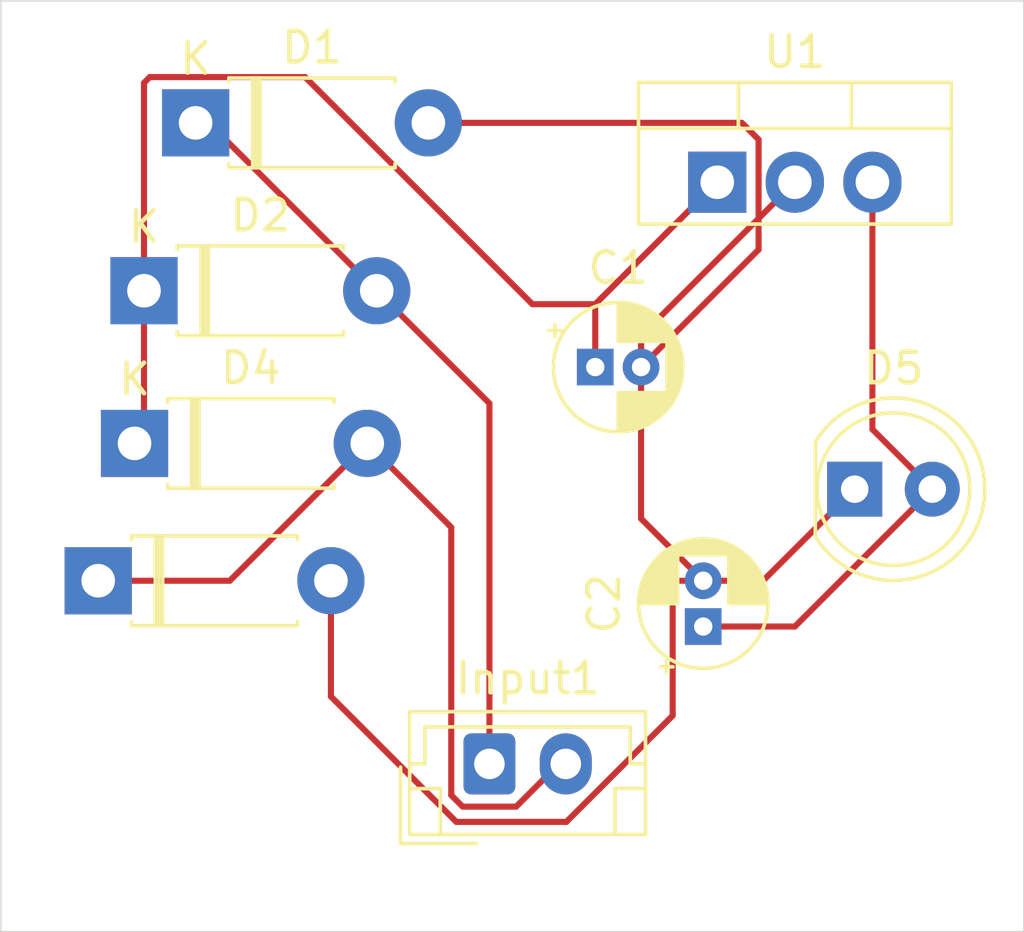
<source format=kicad_pcb>
(kicad_pcb (version 20240108) (generator "pcbnew") (generator_version "8.0")
  (title_block (title "Lab 303 Group 14"))
  (layers (0 "F.Cu" signal) (31 "B.Cu" signal) (34 "B.Paste" user) (35 "F.Paste" user) (36 "B.SilkS" user "B.Silkscreen") (37 "F.SilkS" user "F.Silkscreen") (38 "B.Mask" user) (39 "F.Mask" user) (44 "Edge.Cuts" user))
  (net 0 "")
  (net 1 "Net-(D2-K)")
  (net 2 "Net-(D1-A)")
  (net 3 "Net-(D5-A)")
  (net 4 "Net-(D1-K)")
  (net 5 "Net-(D3-K)")
  (footprint "Capacitor_THT:CP_Radial_D4.0mm_P1.50mm" (layer "F.Cu") (at 68.154801 45.5)
    (property "Reference" "C1" (at 0.75 -3.25 0) (layer "F.SilkS"))
    (property "Value" "C_Polarized")
    (fp_line (start -1.519801 -1.195) (end -1.119801 -1.195) (stroke (width 0.12)) (layer "F.SilkS"))
    (fp_line (start -1.319801 -1.395) (end -1.319801 -0.995) (stroke (width 0.12)) (layer "F.SilkS"))
    (fp_line (start 0.75 -2.08) (end 0.75 -0.84) (stroke (width 0.12)) (layer "F.SilkS"))
    (fp_line (start 0.75 0.84) (end 0.75 2.08) (stroke (width 0.12)) (layer "F.SilkS"))
    (fp_line (start 0.79 -2.08) (end 0.79 -0.84) (stroke (width 0.12)) (layer "F.SilkS"))
    (fp_line (start 0.79 0.84) (end 0.79 2.08) (stroke (width 0.12)) (layer "F.SilkS"))
    (fp_line (start 0.83 -2.079) (end 0.83 -0.84) (stroke (width 0.12)) (layer "F.SilkS"))
    (fp_line (start 0.83 0.84) (end 0.83 2.079) (stroke (width 0.12)) (layer "F.SilkS"))
    (fp_line (start 0.87 -2.077) (end 0.87 -0.84) (stroke (width 0.12)) (layer "F.SilkS"))
    (fp_line (start 0.87 0.84) (end 0.87 2.077) (stroke (width 0.12)) (layer "F.SilkS"))
    (fp_line (start 0.91 -2.074) (end 0.91 -0.84) (stroke (width 0.12)) (layer "F.SilkS"))
    (fp_line (start 0.91 0.84) (end 0.91 2.074) (stroke (width 0.12)) (layer "F.SilkS"))
    (fp_line (start 0.95 -2.071) (end 0.95 -0.84) (stroke (width 0.12)) (layer "F.SilkS"))
    (fp_line (start 0.95 0.84) (end 0.95 2.071) (stroke (width 0.12)) (layer "F.SilkS"))
    (fp_line (start 0.99 -2.067) (end 0.99 -0.84) (stroke (width 0.12)) (layer "F.SilkS"))
    (fp_line (start 0.99 0.84) (end 0.99 2.067) (stroke (width 0.12)) (layer "F.SilkS"))
    (fp_line (start 1.03 -2.062) (end 1.03 -0.84) (stroke (width 0.12)) (layer "F.SilkS"))
    (fp_line (start 1.03 0.84) (end 1.03 2.062) (stroke (width 0.12)) (layer "F.SilkS"))
    (fp_line (start 1.07 -2.056) (end 1.07 -0.84) (stroke (width 0.12)) (layer "F.SilkS"))
    (fp_line (start 1.07 0.84) (end 1.07 2.056) (stroke (width 0.12)) (layer "F.SilkS"))
    (fp_line (start 1.11 -2.05) (end 1.11 -0.84) (stroke (width 0.12)) (layer "F.SilkS"))
    (fp_line (start 1.11 0.84) (end 1.11 2.05) (stroke (width 0.12)) (layer "F.SilkS"))
    (fp_line (start 1.15 -2.042) (end 1.15 -0.84) (stroke (width 0.12)) (layer "F.SilkS"))
    (fp_line (start 1.15 0.84) (end 1.15 2.042) (stroke (width 0.12)) (layer "F.SilkS"))
    (fp_line (start 1.19 -2.034) (end 1.19 -0.84) (stroke (width 0.12)) (layer "F.SilkS"))
    (fp_line (start 1.19 0.84) (end 1.19 2.034) (stroke (width 0.12)) (layer "F.SilkS"))
    (fp_line (start 1.23 -2.025) (end 1.23 -0.84) (stroke (width 0.12)) (layer "F.SilkS"))
    (fp_line (start 1.23 0.84) (end 1.23 2.025) (stroke (width 0.12)) (layer "F.SilkS"))
    (fp_line (start 1.27 -2.016) (end 1.27 -0.84) (stroke (width 0.12)) (layer "F.SilkS"))
    (fp_line (start 1.27 0.84) (end 1.27 2.016) (stroke (width 0.12)) (layer "F.SilkS"))
    (fp_line (start 1.31 -2.005) (end 1.31 -0.84) (stroke (width 0.12)) (layer "F.SilkS"))
    (fp_line (start 1.31 0.84) (end 1.31 2.005) (stroke (width 0.12)) (layer "F.SilkS"))
    (fp_line (start 1.35 -1.994) (end 1.35 -0.84) (stroke (width 0.12)) (layer "F.SilkS"))
    (fp_line (start 1.35 0.84) (end 1.35 1.994) (stroke (width 0.12)) (layer "F.SilkS"))
    (fp_line (start 1.39 -1.982) (end 1.39 -0.84) (stroke (width 0.12)) (layer "F.SilkS"))
    (fp_line (start 1.39 0.84) (end 1.39 1.982) (stroke (width 0.12)) (layer "F.SilkS"))
    (fp_line (start 1.43 -1.968) (end 1.43 -0.84) (stroke (width 0.12)) (layer "F.SilkS"))
    (fp_line (start 1.43 0.84) (end 1.43 1.968) (stroke (width 0.12)) (layer "F.SilkS"))
    (fp_line (start 1.471 -1.954) (end 1.471 -0.84) (stroke (width 0.12)) (layer "F.SilkS"))
    (fp_line (start 1.471 0.84) (end 1.471 1.954) (stroke (width 0.12)) (layer "F.SilkS"))
    (fp_line (start 1.511 -1.94) (end 1.511 -0.84) (stroke (width 0.12)) (layer "F.SilkS"))
    (fp_line (start 1.511 0.84) (end 1.511 1.94) (stroke (width 0.12)) (layer "F.SilkS"))
    (fp_line (start 1.551 -1.924) (end 1.551 -0.84) (stroke (width 0.12)) (layer "F.SilkS"))
    (fp_line (start 1.551 0.84) (end 1.551 1.924) (stroke (width 0.12)) (layer "F.SilkS"))
    (fp_line (start 1.591 -1.907) (end 1.591 -0.84) (stroke (width 0.12)) (layer "F.SilkS"))
    (fp_line (start 1.591 0.84) (end 1.591 1.907) (stroke (width 0.12)) (layer "F.SilkS"))
    (fp_line (start 1.631 -1.889) (end 1.631 -0.84) (stroke (width 0.12)) (layer "F.SilkS"))
    (fp_line (start 1.631 0.84) (end 1.631 1.889) (stroke (width 0.12)) (layer "F.SilkS"))
    (fp_line (start 1.671 -1.87) (end 1.671 -0.84) (stroke (width 0.12)) (layer "F.SilkS"))
    (fp_line (start 1.671 0.84) (end 1.671 1.87) (stroke (width 0.12)) (layer "F.SilkS"))
    (fp_line (start 1.711 -1.851) (end 1.711 -0.84) (stroke (width 0.12)) (layer "F.SilkS"))
    (fp_line (start 1.711 0.84) (end 1.711 1.851) (stroke (width 0.12)) (layer "F.SilkS"))
    (fp_line (start 1.751 -1.83) (end 1.751 -0.84) (stroke (width 0.12)) (layer "F.SilkS"))
    (fp_line (start 1.751 0.84) (end 1.751 1.83) (stroke (width 0.12)) (layer "F.SilkS"))
    (fp_line (start 1.791 -1.808) (end 1.791 -0.84) (stroke (width 0.12)) (layer "F.SilkS"))
    (fp_line (start 1.791 0.84) (end 1.791 1.808) (stroke (width 0.12)) (layer "F.SilkS"))
    (fp_line (start 1.831 -1.785) (end 1.831 -0.84) (stroke (width 0.12)) (layer "F.SilkS"))
    (fp_line (start 1.831 0.84) (end 1.831 1.785) (stroke (width 0.12)) (layer "F.SilkS"))
    (fp_line (start 1.871 -1.76) (end 1.871 -0.84) (stroke (width 0.12)) (layer "F.SilkS"))
    (fp_line (start 1.871 0.84) (end 1.871 1.76) (stroke (width 0.12)) (layer "F.SilkS"))
    (fp_line (start 1.911 -1.735) (end 1.911 -0.84) (stroke (width 0.12)) (layer "F.SilkS"))
    (fp_line (start 1.911 0.84) (end 1.911 1.735) (stroke (width 0.12)) (layer "F.SilkS"))
    (fp_line (start 1.951 -1.708) (end 1.951 -0.84) (stroke (width 0.12)) (layer "F.SilkS"))
    (fp_line (start 1.951 0.84) (end 1.951 1.708) (stroke (width 0.12)) (layer "F.SilkS"))
    (fp_line (start 1.991 -1.68) (end 1.991 -0.84) (stroke (width 0.12)) (layer "F.SilkS"))
    (fp_line (start 1.991 0.84) (end 1.991 1.68) (stroke (width 0.12)) (layer "F.SilkS"))
    (fp_line (start 2.031 -1.65) (end 2.031 -0.84) (stroke (width 0.12)) (layer "F.SilkS"))
    (fp_line (start 2.031 0.84) (end 2.031 1.65) (stroke (width 0.12)) (layer "F.SilkS"))
    (fp_line (start 2.071 -1.619) (end 2.071 -0.84) (stroke (width 0.12)) (layer "F.SilkS"))
    (fp_line (start 2.071 0.84) (end 2.071 1.619) (stroke (width 0.12)) (layer "F.SilkS"))
    (fp_line (start 2.111 -1.587) (end 2.111 -0.84) (stroke (width 0.12)) (layer "F.SilkS"))
    (fp_line (start 2.111 0.84) (end 2.111 1.587) (stroke (width 0.12)) (layer "F.SilkS"))
    (fp_line (start 2.151 -1.552) (end 2.151 -0.84) (stroke (width 0.12)) (layer "F.SilkS"))
    (fp_line (start 2.151 0.84) (end 2.151 1.552) (stroke (width 0.12)) (layer "F.SilkS"))
    (fp_line (start 2.191 -1.516) (end 2.191 -0.84) (stroke (width 0.12)) (layer "F.SilkS"))
    (fp_line (start 2.191 0.84) (end 2.191 1.516) (stroke (width 0.12)) (layer "F.SilkS"))
    (fp_line (start 2.231 -1.478) (end 2.231 -0.84) (stroke (width 0.12)) (layer "F.SilkS"))
    (fp_line (start 2.231 0.84) (end 2.231 1.478) (stroke (width 0.12)) (layer "F.SilkS"))
    (fp_line (start 2.271 -1.438) (end 2.271 -0.84) (stroke (width 0.12)) (layer "F.SilkS"))
    (fp_line (start 2.271 0.84) (end 2.271 1.438) (stroke (width 0.12)) (layer "F.SilkS"))
    (fp_line (start 2.311 -1.396) (end 2.311 -0.84) (stroke (width 0.12)) (layer "F.SilkS"))
    (fp_line (start 2.311 0.84) (end 2.311 1.396) (stroke (width 0.12)) (layer "F.SilkS"))
    (fp_line (start 2.351 -1.351) (end 2.351 1.351) (stroke (width 0.12)) (layer "F.SilkS"))
    (fp_line (start 2.391 -1.304) (end 2.391 1.304) (stroke (width 0.12)) (layer "F.SilkS"))
    (fp_line (start 2.431 -1.254) (end 2.431 1.254) (stroke (width 0.12)) (layer "F.SilkS"))
    (fp_line (start 2.471 -1.2) (end 2.471 1.2) (stroke (width 0.12)) (layer "F.SilkS"))
    (fp_line (start 2.511 -1.142) (end 2.511 1.142) (stroke (width 0.12)) (layer "F.SilkS"))
    (fp_line (start 2.551 -1.08) (end 2.551 1.08) (stroke (width 0.12)) (layer "F.SilkS"))
    (fp_line (start 2.591 -1.013) (end 2.591 1.013) (stroke (width 0.12)) (layer "F.SilkS"))
    (fp_line (start 2.631 -0.94) (end 2.631 0.94) (stroke (width 0.12)) (layer "F.SilkS"))
    (fp_line (start 2.671 -0.859) (end 2.671 0.859) (stroke (width 0.12)) (layer "F.SilkS"))
    (fp_line (start 2.711 -0.768) (end 2.711 0.768) (stroke (width 0.12)) (layer "F.SilkS"))
    (fp_line (start 2.751 -0.664) (end 2.751 0.664) (stroke (width 0.12)) (layer "F.SilkS"))
    (fp_line (start 2.791 -0.537) (end 2.791 0.537) (stroke (width 0.12)) (layer "F.SilkS"))
    (fp_line (start 2.831 -0.37) (end 2.831 0.37) (stroke (width 0.12)) (layer "F.SilkS"))
    (fp_circle (center 0.75 0) (end 2.87 0) (stroke (width 0.12)) (fill none) (layer "F.SilkS"))
    (pad "1" thru_hole rect (at 0 0) (size 1.2 1.2) (drill 0.6) (layers "*.Cu" "*.Mask") (net 1 "Net-(D2-K)"))
    (pad "2" thru_hole circle (at 1.5 0) (size 1.2 1.2) (drill 0.6) (layers "*.Cu" "*.Mask") (net 2 "Net-(D1-A)"))
  )
  (footprint "Capacitor_THT:CP_Radial_D4.0mm_P1.50mm" (layer "F.Cu") (at 71.69 54 90)
    (property "Reference" "C2" (at 0.75 -3.25 90) (layer "F.SilkS"))
    (property "Value" "C_Polarized")
    (fp_line (start 0.79 -2.08) (end 0.79 -0.84) (stroke (width 0.12)) (layer "F.SilkS"))
    (fp_line (start 0.75 -2.08) (end 0.75 -0.84) (stroke (width 0.12)) (layer "F.SilkS"))
    (fp_line (start 0.83 -2.079) (end 0.83 -0.84) (stroke (width 0.12)) (layer "F.SilkS"))
    (fp_line (start 0.87 -2.077) (end 0.87 -0.84) (stroke (width 0.12)) (layer "F.SilkS"))
    (fp_line (start 0.91 -2.074) (end 0.91 -0.84) (stroke (width 0.12)) (layer "F.SilkS"))
    (fp_line (start 0.95 -2.071) (end 0.95 -0.84) (stroke (width 0.12)) (layer "F.SilkS"))
    (fp_line (start 0.99 -2.067) (end 0.99 -0.84) (stroke (width 0.12)) (layer "F.SilkS"))
    (fp_line (start 1.03 -2.062) (end 1.03 -0.84) (stroke (width 0.12)) (layer "F.SilkS"))
    (fp_line (start 1.07 -2.056) (end 1.07 -0.84) (stroke (width 0.12)) (layer "F.SilkS"))
    (fp_line (start 1.11 -2.05) (end 1.11 -0.84) (stroke (width 0.12)) (layer "F.SilkS"))
    (fp_line (start 1.15 -2.042) (end 1.15 -0.84) (stroke (width 0.12)) (layer "F.SilkS"))
    (fp_line (start 1.19 -2.034) (end 1.19 -0.84) (stroke (width 0.12)) (layer "F.SilkS"))
    (fp_line (start 1.23 -2.025) (end 1.23 -0.84) (stroke (width 0.12)) (layer "F.SilkS"))
    (fp_line (start 1.27 -2.016) (end 1.27 -0.84) (stroke (width 0.12)) (layer "F.SilkS"))
    (fp_line (start 1.31 -2.005) (end 1.31 -0.84) (stroke (width 0.12)) (layer "F.SilkS"))
    (fp_line (start 1.35 -1.994) (end 1.35 -0.84) (stroke (width 0.12)) (layer "F.SilkS"))
    (fp_line (start 1.39 -1.982) (end 1.39 -0.84) (stroke (width 0.12)) (layer "F.SilkS"))
    (fp_line (start 1.43 -1.968) (end 1.43 -0.84) (stroke (width 0.12)) (layer "F.SilkS"))
    (fp_line (start 1.471 -1.954) (end 1.471 -0.84) (stroke (width 0.12)) (layer "F.SilkS"))
    (fp_line (start 1.511 -1.94) (end 1.511 -0.84) (stroke (width 0.12)) (layer "F.SilkS"))
    (fp_line (start 1.551 -1.924) (end 1.551 -0.84) (stroke (width 0.12)) (layer "F.SilkS"))
    (fp_line (start 1.591 -1.907) (end 1.591 -0.84) (stroke (width 0.12)) (layer "F.SilkS"))
    (fp_line (start 1.631 -1.889) (end 1.631 -0.84) (stroke (width 0.12)) (layer "F.SilkS"))
    (fp_line (start 1.671 -1.87) (end 1.671 -0.84) (stroke (width 0.12)) (layer "F.SilkS"))
    (fp_line (start 1.711 -1.851) (end 1.711 -0.84) (stroke (width 0.12)) (layer "F.SilkS"))
    (fp_line (start 1.751 -1.83) (end 1.751 -0.84) (stroke (width 0.12)) (layer "F.SilkS"))
    (fp_line (start 1.791 -1.808) (end 1.791 -0.84) (stroke (width 0.12)) (layer "F.SilkS"))
    (fp_line (start 1.831 -1.785) (end 1.831 -0.84) (stroke (width 0.12)) (layer "F.SilkS"))
    (fp_line (start 1.871 -1.76) (end 1.871 -0.84) (stroke (width 0.12)) (layer "F.SilkS"))
    (fp_line (start 1.911 -1.735) (end 1.911 -0.84) (stroke (width 0.12)) (layer "F.SilkS"))
    (fp_line (start 1.951 -1.708) (end 1.951 -0.84) (stroke (width 0.12)) (layer "F.SilkS"))
    (fp_line (start 1.991 -1.68) (end 1.991 -0.84) (stroke (width 0.12)) (layer "F.SilkS"))
    (fp_line (start 2.031 -1.65) (end 2.031 -0.84) (stroke (width 0.12)) (layer "F.SilkS"))
    (fp_line (start 2.071 -1.619) (end 2.071 -0.84) (stroke (width 0.12)) (layer "F.SilkS"))
    (fp_line (start 2.111 -1.587) (end 2.111 -0.84) (stroke (width 0.12)) (layer "F.SilkS"))
    (fp_line (start 2.151 -1.552) (end 2.151 -0.84) (stroke (width 0.12)) (layer "F.SilkS"))
    (fp_line (start 2.191 -1.516) (end 2.191 -0.84) (stroke (width 0.12)) (layer "F.SilkS"))
    (fp_line (start 2.231 -1.478) (end 2.231 -0.84) (stroke (width 0.12)) (layer "F.SilkS"))
    (fp_line (start 2.271 -1.438) (end 2.271 -0.84) (stroke (width 0.12)) (layer "F.SilkS"))
    (fp_line (start 2.311 -1.396) (end 2.311 -0.84) (stroke (width 0.12)) (layer "F.SilkS"))
    (fp_line (start -1.319801 -1.395) (end -1.319801 -0.995) (stroke (width 0.12)) (layer "F.SilkS"))
    (fp_line (start 2.351 -1.351) (end 2.351 1.351) (stroke (width 0.12)) (layer "F.SilkS"))
    (fp_line (start 2.391 -1.304) (end 2.391 1.304) (stroke (width 0.12)) (layer "F.SilkS"))
    (fp_line (start 2.431 -1.254) (end 2.431 1.254) (stroke (width 0.12)) (layer "F.SilkS"))
    (fp_line (start 2.471 -1.2) (end 2.471 1.2) (stroke (width 0.12)) (layer "F.SilkS"))
    (fp_line (start -1.519801 -1.195) (end -1.119801 -1.195) (stroke (width 0.12)) (layer "F.SilkS"))
    (fp_line (start 2.511 -1.142) (end 2.511 1.142) (stroke (width 0.12)) (layer "F.SilkS"))
    (fp_line (start 2.551 -1.08) (end 2.551 1.08) (stroke (width 0.12)) (layer "F.SilkS"))
    (fp_line (start 2.591 -1.013) (end 2.591 1.013) (stroke (width 0.12)) (layer "F.SilkS"))
    (fp_line (start 2.631 -0.94) (end 2.631 0.94) (stroke (width 0.12)) (layer "F.SilkS"))
    (fp_line (start 2.671 -0.859) (end 2.671 0.859) (stroke (width 0.12)) (layer "F.SilkS"))
    (fp_line (start 2.711 -0.768) (end 2.711 0.768) (stroke (width 0.12)) (layer "F.SilkS"))
    (fp_line (start 2.751 -0.664) (end 2.751 0.664) (stroke (width 0.12)) (layer "F.SilkS"))
    (fp_line (start 2.791 -0.537) (end 2.791 0.537) (stroke (width 0.12)) (layer "F.SilkS"))
    (fp_line (start 2.831 -0.37) (end 2.831 0.37) (stroke (width 0.12)) (layer "F.SilkS"))
    (fp_line (start 2.311 0.84) (end 2.311 1.396) (stroke (width 0.12)) (layer "F.SilkS"))
    (fp_line (start 2.271 0.84) (end 2.271 1.438) (stroke (width 0.12)) (layer "F.SilkS"))
    (fp_line (start 2.231 0.84) (end 2.231 1.478) (stroke (width 0.12)) (layer "F.SilkS"))
    (fp_line (start 2.191 0.84) (end 2.191 1.516) (stroke (width 0.12)) (layer "F.SilkS"))
    (fp_line (start 2.151 0.84) (end 2.151 1.552) (stroke (width 0.12)) (layer "F.SilkS"))
    (fp_line (start 2.111 0.84) (end 2.111 1.587) (stroke (width 0.12)) (layer "F.SilkS"))
    (fp_line (start 2.071 0.84) (end 2.071 1.619) (stroke (width 0.12)) (layer "F.SilkS"))
    (fp_line (start 2.031 0.84) (end 2.031 1.65) (stroke (width 0.12)) (layer "F.SilkS"))
    (fp_line (start 1.991 0.84) (end 1.991 1.68) (stroke (width 0.12)) (layer "F.SilkS"))
    (fp_line (start 1.951 0.84) (end 1.951 1.708) (stroke (width 0.12)) (layer "F.SilkS"))
    (fp_line (start 1.911 0.84) (end 1.911 1.735) (stroke (width 0.12)) (layer "F.SilkS"))
    (fp_line (start 1.871 0.84) (end 1.871 1.76) (stroke (width 0.12)) (layer "F.SilkS"))
    (fp_line (start 1.831 0.84) (end 1.831 1.785) (stroke (width 0.12)) (layer "F.SilkS"))
    (fp_line (start 1.791 0.84) (end 1.791 1.808) (stroke (width 0.12)) (layer "F.SilkS"))
    (fp_line (start 1.751 0.84) (end 1.751 1.83) (stroke (width 0.12)) (layer "F.SilkS"))
    (fp_line (start 1.711 0.84) (end 1.711 1.851) (stroke (width 0.12)) (layer "F.SilkS"))
    (fp_line (start 1.671 0.84) (end 1.671 1.87) (stroke (width 0.12)) (layer "F.SilkS"))
    (fp_line (start 1.631 0.84) (end 1.631 1.889) (stroke (width 0.12)) (layer "F.SilkS"))
    (fp_line (start 1.591 0.84) (end 1.591 1.907) (stroke (width 0.12)) (layer "F.SilkS"))
    (fp_line (start 1.551 0.84) (end 1.551 1.924) (stroke (width 0.12)) (layer "F.SilkS"))
    (fp_line (start 1.511 0.84) (end 1.511 1.94) (stroke (width 0.12)) (layer "F.SilkS"))
    (fp_line (start 1.471 0.84) (end 1.471 1.954) (stroke (width 0.12)) (layer "F.SilkS"))
    (fp_line (start 1.43 0.84) (end 1.43 1.968) (stroke (width 0.12)) (layer "F.SilkS"))
    (fp_line (start 1.39 0.84) (end 1.39 1.982) (stroke (width 0.12)) (layer "F.SilkS"))
    (fp_line (start 1.35 0.84) (end 1.35 1.994) (stroke (width 0.12)) (layer "F.SilkS"))
    (fp_line (start 1.31 0.84) (end 1.31 2.005) (stroke (width 0.12)) (layer "F.SilkS"))
    (fp_line (start 1.27 0.84) (end 1.27 2.016) (stroke (width 0.12)) (layer "F.SilkS"))
    (fp_line (start 1.23 0.84) (end 1.23 2.025) (stroke (width 0.12)) (layer "F.SilkS"))
    (fp_line (start 1.19 0.84) (end 1.19 2.034) (stroke (width 0.12)) (layer "F.SilkS"))
    (fp_line (start 1.15 0.84) (end 1.15 2.042) (stroke (width 0.12)) (layer "F.SilkS"))
    (fp_line (start 1.11 0.84) (end 1.11 2.05) (stroke (width 0.12)) (layer "F.SilkS"))
    (fp_line (start 1.07 0.84) (end 1.07 2.056) (stroke (width 0.12)) (layer "F.SilkS"))
    (fp_line (start 1.03 0.84) (end 1.03 2.062) (stroke (width 0.12)) (layer "F.SilkS"))
    (fp_line (start 0.99 0.84) (end 0.99 2.067) (stroke (width 0.12)) (layer "F.SilkS"))
    (fp_line (start 0.95 0.84) (end 0.95 2.071) (stroke (width 0.12)) (layer "F.SilkS"))
    (fp_line (start 0.91 0.84) (end 0.91 2.074) (stroke (width 0.12)) (layer "F.SilkS"))
    (fp_line (start 0.87 0.84) (end 0.87 2.077) (stroke (width 0.12)) (layer "F.SilkS"))
    (fp_line (start 0.83 0.84) (end 0.83 2.079) (stroke (width 0.12)) (layer "F.SilkS"))
    (fp_line (start 0.79 0.84) (end 0.79 2.08) (stroke (width 0.12)) (layer "F.SilkS"))
    (fp_line (start 0.75 0.84) (end 0.75 2.08) (stroke (width 0.12)) (layer "F.SilkS"))
    (fp_circle (center 0.75 0) (end 2.87 0) (stroke (width 0.12)) (fill none) (layer "F.SilkS"))
    (pad "1" thru_hole rect (at 0 0 90) (size 1.2 1.2) (drill 0.6) (layers "*.Cu" "*.Mask") (net 3 "Net-(D5-A)"))
    (pad "2" thru_hole circle (at 1.5 0 90) (size 1.2 1.2) (drill 0.6) (layers "*.Cu" "*.Mask") (net 2 "Net-(D1-A)"))
  )
  (footprint "Diode_THT:D_DO-41_SOD81_P7.62mm_Horizontal" (layer "F.Cu") (at 55.07 37.5)
    (property "Reference" "D1" (at 3.81 -2.47 0) (layer "F.SilkS"))
    (property "Value" "D")
    (fp_line (start 1.09 -1.47) (end 6.53 -1.47) (stroke (width 0.12)) (layer "F.SilkS"))
    (fp_line (start 1.09 -1.34) (end 1.09 -1.47) (stroke (width 0.12)) (layer "F.SilkS"))
    (fp_line (start 1.09 1.34) (end 1.09 1.47) (stroke (width 0.12)) (layer "F.SilkS"))
    (fp_line (start 1.09 1.47) (end 6.53 1.47) (stroke (width 0.12)) (layer "F.SilkS"))
    (fp_line (start 1.87 -1.47) (end 1.87 1.47) (stroke (width 0.12)) (layer "F.SilkS"))
    (fp_line (start 1.99 -1.47) (end 1.99 1.47) (stroke (width 0.12)) (layer "F.SilkS"))
    (fp_line (start 2.11 -1.47) (end 2.11 1.47) (stroke (width 0.12)) (layer "F.SilkS"))
    (fp_line (start 6.53 -1.47) (end 6.53 -1.34) (stroke (width 0.12)) (layer "F.SilkS"))
    (fp_line (start 6.53 1.47) (end 6.53 1.34) (stroke (width 0.12)) (layer "F.SilkS"))
    (fp_text user "K" (at 0 -2.1 0) (layer "F.SilkS"))
    (pad "1" thru_hole rect (at 0 0) (size 2.2 2.2) (drill 1.1) (layers "*.Cu" "*.Mask") (net 4 "Net-(D1-K)"))
    (pad "2" thru_hole oval (at 7.62 0) (size 2.2 2.2) (drill 1.1) (layers "*.Cu" "*.Mask") (net 2 "Net-(D1-A)"))
  )
  (footprint "Connector_JST:JST_EH_B2B-EH-A_1x02_P2.50mm_Vertical" (layer "F.Cu") (at 64.69 58.5)
    (property "Reference" "Input1" (at 1.25 -2.8 0) (layer "F.SilkS"))
    (property "Value" "Conn_01x02_Pin")
    (fp_line (start -2.91 0.11) (end -2.91 2.61) (stroke (width 0.12)) (layer "F.SilkS"))
    (fp_line (start -2.91 2.61) (end -0.41 2.61) (stroke (width 0.12)) (layer "F.SilkS"))
    (fp_line (start -2.61 -1.71) (end -2.61 2.31) (stroke (width 0.12)) (layer "F.SilkS"))
    (fp_line (start -2.61 0) (end -2.11 0) (stroke (width 0.12)) (layer "F.SilkS"))
    (fp_line (start -2.61 0.81) (end -1.61 0.81) (stroke (width 0.12)) (layer "F.SilkS"))
    (fp_line (start -2.61 2.31) (end 5.11 2.31) (stroke (width 0.12)) (layer "F.SilkS"))
    (fp_line (start -2.11 -1.21) (end 4.61 -1.21) (stroke (width 0.12)) (layer "F.SilkS"))
    (fp_line (start -2.11 0) (end -2.11 -1.21) (stroke (width 0.12)) (layer "F.SilkS"))
    (fp_line (start -1.61 0.81) (end -1.61 2.31) (stroke (width 0.12)) (layer "F.SilkS"))
    (fp_line (start 4.11 0.81) (end 4.11 2.31) (stroke (width 0.12)) (layer "F.SilkS"))
    (fp_line (start 4.61 -1.21) (end 4.61 0) (stroke (width 0.12)) (layer "F.SilkS"))
    (fp_line (start 4.61 0) (end 5.11 0) (stroke (width 0.12)) (layer "F.SilkS"))
    (fp_line (start 5.11 -1.71) (end -2.61 -1.71) (stroke (width 0.12)) (layer "F.SilkS"))
    (fp_line (start 5.11 0.81) (end 4.11 0.81) (stroke (width 0.12)) (layer "F.SilkS"))
    (fp_line (start 5.11 2.31) (end 5.11 -1.71) (stroke (width 0.12)) (layer "F.SilkS"))
    (pad "1" thru_hole roundrect (at 0 0) (size 1.7 2) (drill 1) (layers "*.Cu" "*.Mask") (roundrect_rratio 0.147059) (net 4 "Net-(D1-K)"))
    (pad "2" thru_hole oval (at 2.5 0) (size 1.7 2) (drill 1) (layers "*.Cu" "*.Mask") (net 5 "Net-(D3-K)"))
  )
  (footprint "Diode_THT:D_DO-41_SOD81_P7.62mm_Horizontal" (layer "F.Cu") (at 53.38 43)
    (property "Reference" "D2" (at 3.81 -2.47 0) (layer "F.SilkS"))
    (property "Value" "D" (hide yes))
    (fp_line (start 1.09 -1.47) (end 6.53 -1.47) (stroke (width 0.12)) (layer "F.SilkS"))
    (fp_line (start 1.09 -1.34) (end 1.09 -1.47) (stroke (width 0.12)) (layer "F.SilkS"))
    (fp_line (start 1.09 1.34) (end 1.09 1.47) (stroke (width 0.12)) (layer "F.SilkS"))
    (fp_line (start 1.09 1.47) (end 6.53 1.47) (stroke (width 0.12)) (layer "F.SilkS"))
    (fp_line (start 1.87 -1.47) (end 1.87 1.47) (stroke (width 0.12)) (layer "F.SilkS"))
    (fp_line (start 1.99 -1.47) (end 1.99 1.47) (stroke (width 0.12)) (layer "F.SilkS"))
    (fp_line (start 2.11 -1.47) (end 2.11 1.47) (stroke (width 0.12)) (layer "F.SilkS"))
    (fp_line (start 6.53 -1.47) (end 6.53 -1.34) (stroke (width 0.12)) (layer "F.SilkS"))
    (fp_line (start 6.53 1.47) (end 6.53 1.34) (stroke (width 0.12)) (layer "F.SilkS"))
    (fp_text user "K" (at 0 -2.1 0) (layer "F.SilkS"))
    (pad "1" thru_hole rect (at 0 0) (size 2.2 2.2) (drill 1.1) (layers "*.Cu" "*.Mask") (net 1 "Net-(D2-K)"))
    (pad "2" thru_hole oval (at 7.62 0) (size 2.2 2.2) (drill 1.1) (layers "*.Cu" "*.Mask") (net 4 "Net-(D1-K)"))
  )
  (footprint "LED_THT:LED_D5.0mm" (layer "F.Cu") (at 76.65 49.5)
    (property "Reference" "D5" (at 1.27 -3.96 0) (layer "F.SilkS"))
    (property "Value" "LED")
    (fp_line (start -1.29 -1.545) (end -1.29 1.545) (stroke (width 0.12)) (layer "F.SilkS"))
    (fp_arc (start -1.29 -1.54483) (mid 2.072002 -2.880433) (end 4.26 0.000462) (stroke (width 0.12)) (layer "F.SilkS"))
    (fp_arc (start 4.26 -0.000462) (mid 2.072002 2.880433) (end -1.29 1.54483) (stroke (width 0.12)) (layer "F.SilkS"))
    (fp_circle (center 1.27 0) (end 3.77 0) (stroke (width 0.12)) (fill none) (layer "F.SilkS"))
    (pad "1" thru_hole rect (at 0 0) (size 1.8 1.8) (drill 0.9) (layers "*.Cu" "*.Mask") (net 2 "Net-(D1-A)"))
    (pad "2" thru_hole circle (at 2.54 0) (size 1.8 1.8) (drill 0.9) (layers "*.Cu" "*.Mask") (net 3 "Net-(D5-A)"))
  )
  (footprint "Package_TO_SOT_THT:TO-220-3_Vertical" (layer "F.Cu") (at 72.15 39.445)
    (property "Reference" "U1" (at 2.54 -4.27 0) (layer "F.SilkS"))
    (property "Value" "LM7805_TO220")
    (fp_line (start -2.58 -3.27) (end -2.58 1.371) (stroke (width 0.12)) (layer "F.SilkS"))
    (fp_line (start -2.58 -3.27) (end 7.66 -3.27) (stroke (width 0.12)) (layer "F.SilkS"))
    (fp_line (start -2.58 -1.76) (end 7.66 -1.76) (stroke (width 0.12)) (layer "F.SilkS"))
    (fp_line (start -2.58 1.371) (end 7.66 1.371) (stroke (width 0.12)) (layer "F.SilkS"))
    (fp_line (start 0.69 -3.27) (end 0.69 -1.76) (stroke (width 0.12)) (layer "F.SilkS"))
    (fp_line (start 4.391 -3.27) (end 4.391 -1.76) (stroke (width 0.12)) (layer "F.SilkS"))
    (fp_line (start 7.66 -3.27) (end 7.66 1.371) (stroke (width 0.12)) (layer "F.SilkS"))
    (pad "1" thru_hole rect (at 0 0) (size 1.905 2) (drill 1.1) (layers "*.Cu" "*.Mask") (net 1 "Net-(D2-K)"))
    (pad "2" thru_hole oval (at 2.54 0) (size 1.905 2) (drill 1.1) (layers "*.Cu" "*.Mask") (net 2 "Net-(D1-A)"))
    (pad "3" thru_hole oval (at 5.08 0) (size 1.905 2) (drill 1.1) (layers "*.Cu" "*.Mask") (net 3 "Net-(D5-A)"))
  )
  (footprint "Diode_THT:D_DO-41_SOD81_P7.62mm_Horizontal" (layer "F.Cu") (at 51.88 52.5)
    (property "Reference" "D3" (hide yes))
    (property "Value" "D")
    (fp_line (start 1.09 -1.47) (end 6.53 -1.47) (stroke (width 0.12)) (layer "F.SilkS"))
    (fp_line (start 1.09 -1.34) (end 1.09 -1.47) (stroke (width 0.12)) (layer "F.SilkS"))
    (fp_line (start 1.09 1.34) (end 1.09 1.47) (stroke (width 0.12)) (layer "F.SilkS"))
    (fp_line (start 1.09 1.47) (end 6.53 1.47) (stroke (width 0.12)) (layer "F.SilkS"))
    (fp_line (start 1.87 -1.47) (end 1.87 1.47) (stroke (width 0.12)) (layer "F.SilkS"))
    (fp_line (start 1.99 -1.47) (end 1.99 1.47) (stroke (width 0.12)) (layer "F.SilkS"))
    (fp_line (start 2.11 -1.47) (end 2.11 1.47) (stroke (width 0.12)) (layer "F.SilkS"))
    (fp_line (start 6.53 -1.47) (end 6.53 -1.34) (stroke (width 0.12)) (layer "F.SilkS"))
    (fp_line (start 6.53 1.47) (end 6.53 1.34) (stroke (width 0.12)) (layer "F.SilkS"))
    (pad "1" thru_hole rect (at 0 0) (size 2.2 2.2) (drill 1.1) (layers "*.Cu" "*.Mask") (net 5 "Net-(D3-K)"))
    (pad "2" thru_hole oval (at 7.62 0) (size 2.2 2.2) (drill 1.1) (layers "*.Cu" "*.Mask") (net 2 "Net-(D1-A)"))
  )
  (footprint "Diode_THT:D_DO-41_SOD81_P7.62mm_Horizontal" (layer "F.Cu") (at 53.07 48)
    (property "Reference" "D4" (at 3.81 -2.47 0) (layer "F.SilkS"))
    (property "Value" "D")
    (fp_line (start 1.09 -1.47) (end 6.53 -1.47) (stroke (width 0.12)) (layer "F.SilkS"))
    (fp_line (start 1.09 -1.34) (end 1.09 -1.47) (stroke (width 0.12)) (layer "F.SilkS"))
    (fp_line (start 1.09 1.34) (end 1.09 1.47) (stroke (width 0.12)) (layer "F.SilkS"))
    (fp_line (start 1.09 1.47) (end 6.53 1.47) (stroke (width 0.12)) (layer "F.SilkS"))
    (fp_line (start 1.87 -1.47) (end 1.87 1.47) (stroke (width 0.12)) (layer "F.SilkS"))
    (fp_line (start 1.99 -1.47) (end 1.99 1.47) (stroke (width 0.12)) (layer "F.SilkS"))
    (fp_line (start 2.11 -1.47) (end 2.11 1.47) (stroke (width 0.12)) (layer "F.SilkS"))
    (fp_line (start 6.53 -1.47) (end 6.53 -1.34) (stroke (width 0.12)) (layer "F.SilkS"))
    (fp_line (start 6.53 1.47) (end 6.53 1.34) (stroke (width 0.12)) (layer "F.SilkS"))
    (fp_text user "K" (at 0 -2.1 0) (layer "F.SilkS"))
    (pad "1" thru_hole rect (at 0 0) (size 2.2 2.2) (drill 1.1) (layers "*.Cu" "*.Mask") (net 1 "Net-(D2-K)"))
    (pad "2" thru_hole oval (at 7.62 0) (size 2.2 2.2) (drill 1.1) (layers "*.Cu" "*.Mask") (net 5 "Net-(D3-K)"))
  )
  (gr_rect (start 48.69 33.5) (end 82.19 64) (stroke (width 0.05)) (fill none) (layer "Edge.Cuts"))
  (segment (start 66.094999 43.440199) (end 58.6548 36) (width 0.2) (layer "F.Cu") (net 1))
  (segment (start 68.154801 43.440199) (end 66.094999 43.440199) (width 0.2) (layer "F.Cu") (net 1))
  (segment (start 72.15 39.445) (end 68.154801 43.440199) (width 0.2) (layer "F.Cu") (net 1))
  (segment (start 53.38 36.19) (end 53.38 43) (width 0.2) (layer "F.Cu") (net 1))
  (segment (start 58.6548 36) (end 53.57 36) (width 0.2) (layer "F.Cu") (net 1))
  (segment (start 68.154801 43.440199) (end 68.154801 45.5) (width 0.2) (layer "F.Cu") (net 1))
  (segment (start 53.38 47.69) (end 53.07 48) (width 0.2) (layer "F.Cu") (net 1))
  (segment (start 53.57 36) (end 53.38 36.19) (width 0.2) (layer "F.Cu") (net 1))
  (segment (start 53.38 43) (end 53.38 47.69) (width 0.2) (layer "F.Cu") (net 1))
  (segment (start 71.69 52.5) (end 69.654801 50.464801) (width 0.2) (layer "F.Cu") (net 2))
  (segment (start 69.654801 44.480199) (end 74.69 39.445) (width 0.2) (layer "F.Cu") (net 2))
  (segment (start 70.69 52.651472) (end 70.841472 52.5) (width 0.2) (layer "F.Cu") (net 2))
  (segment (start 72.9575 37.5) (end 62.69 37.5) (width 0.2) (layer "F.Cu") (net 2))
  (segment (start 69.654801 45.5) (end 69.654801 44.464801) (width 0.2) (layer "F.Cu") (net 2))
  (segment (start 73.5025 41.652301) (end 73.5025 38.045) (width 0.2) (layer "F.Cu") (net 2))
  (segment (start 63.606727 60.4) (end 67.207767 60.4) (width 0.2) (layer "F.Cu") (net 2))
  (segment (start 69.654801 45.5) (end 69.654801 44.480199) (width 0.2) (layer "F.Cu") (net 2))
  (segment (start 69.654801 50.464801) (end 69.654801 45.5) (width 0.2) (layer "F.Cu") (net 2))
  (segment (start 73.65 52.5) (end 76.65 49.5) (width 0.2) (layer "F.Cu") (net 2))
  (segment (start 59.5 52.5) (end 59.5 56.293273) (width 0.2) (layer "F.Cu") (net 2))
  (segment (start 69.654801 45.5) (end 73.5025 41.652301) (width 0.2) (layer "F.Cu") (net 2))
  (segment (start 59.5 56.293273) (end 63.606727 60.4) (width 0.2) (layer "F.Cu") (net 2))
  (segment (start 70.841472 52.5) (end 71.69 52.5) (width 0.2) (layer "F.Cu") (net 2))
  (segment (start 70.69 56.917767) (end 70.69 52.651472) (width 0.2) (layer "F.Cu") (net 2))
  (segment (start 67.207767 60.4) (end 70.69 56.917767) (width 0.2) (layer "F.Cu") (net 2))
  (segment (start 73.5025 38.045) (end 72.9575 37.5) (width 0.2) (layer "F.Cu") (net 2))
  (segment (start 71.69 52.5) (end 73.65 52.5) (width 0.2) (layer "F.Cu") (net 2))
  (segment (start 74.69 54) (end 79.19 49.5) (width 0.2) (layer "F.Cu") (net 3))
  (segment (start 71.69 54) (end 74.69 54) (width 0.2) (layer "F.Cu") (net 3))
  (segment (start 77.23 47.54) (end 79.19 49.5) (width 0.2) (layer "F.Cu") (net 3))
  (segment (start 77.23 39.445) (end 77.23 47.54) (width 0.2) (layer "F.Cu") (net 3))
  (segment (start 64.69 58.5) (end 64.69 46.69) (width 0.2) (layer "F.Cu") (net 4))
  (segment (start 64.69 46.69) (end 61 43) (width 0.2) (layer "F.Cu") (net 4))
  (segment (start 55.5 37.5) (end 61 43) (width 0.2) (layer "F.Cu") (net 4))
  (segment (start 55.07 37.5) (end 55.5 37.5) (width 0.2) (layer "F.Cu") (net 4))
  (segment (start 63.44 50.75) (end 60.69 48) (width 0.2) (layer "F.Cu") (net 5))
  (segment (start 67.19 58.5) (end 67.19 58.276166) (width 0.2) (layer "F.Cu") (net 5))
  (segment (start 63.813834 59.9) (end 63.44 59.526166) (width 0.2) (layer "F.Cu") (net 5))
  (segment (start 65.566166 59.9) (end 63.813834 59.9) (width 0.2) (layer "F.Cu") (net 5))
  (segment (start 51.88 52.5) (end 56.19 52.5) (width 0.2) (layer "F.Cu") (net 5))
  (segment (start 56.19 52.5) (end 60.69 48) (width 0.2) (layer "F.Cu") (net 5))
  (segment (start 63.44 59.526166) (end 63.44 50.75) (width 0.2) (layer "F.Cu") (net 5))
  (segment (start 67.19 58.276166) (end 65.566166 59.9) (width 0.2) (layer "F.Cu") (net 5))
)
</source>
